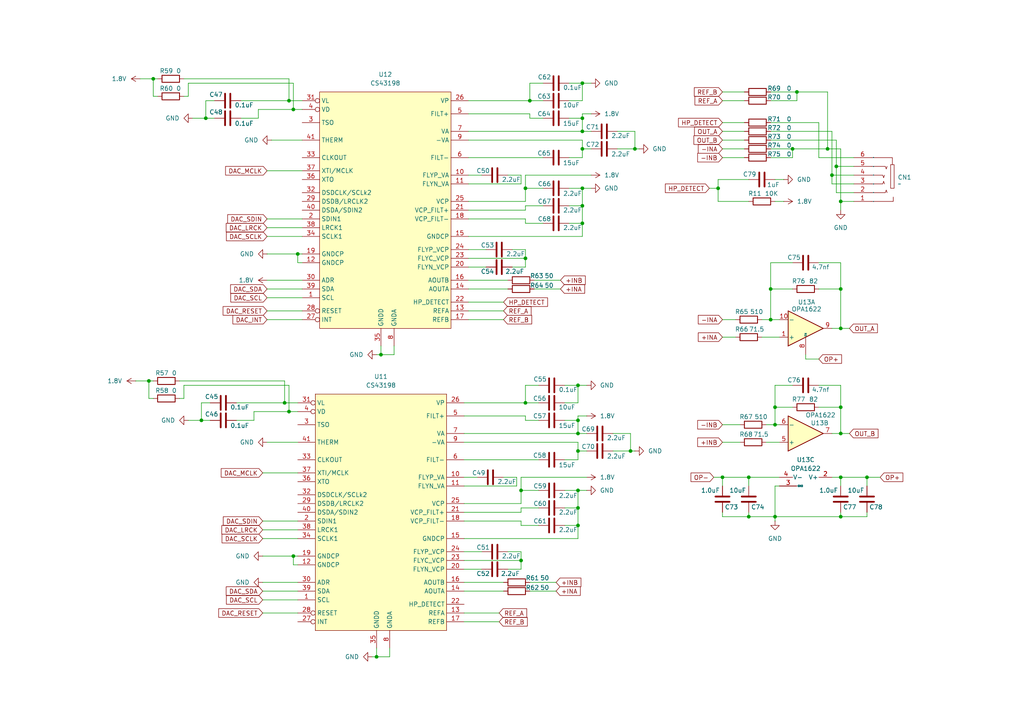
<source format=kicad_sch>
(kicad_sch (version 20250114) (generator "eeschema") (generator_version "9.0")
  (paper "A4")
  (junction (at 168.91 59.69))
  (junction (at 217.17 149.86))
  (junction (at 168.91 34.29))
  (junction (at 209.55 138.43))
  (junction (at 243.84 149.86))
  (junction (at 224.79 123.19))
  (junction (at 208.28 54.61))
  (junction (at 167.64 130.81))
  (junction (at 251.46 138.43))
  (junction (at 231.14 26.67))
  (junction (at 243.84 58.42))
  (junction (at 224.79 118.11))
  (junction (at 168.91 24.13))
  (junction (at 242.57 48.26))
  (junction (at 182.88 130.81))
  (junction (at 152.4 54.61))
  (junction (at 167.64 147.32))
  (junction (at 243.84 125.73))
  (junction (at 44.45 22.86))
  (junction (at 168.91 38.1))
  (junction (at 243.84 138.43))
  (junction (at 110.49 102.87))
  (junction (at 223.52 83.82))
  (junction (at 229.87 43.18))
  (junction (at 59.69 34.29))
  (junction (at 85.09 31.75))
  (junction (at 83.82 29.21))
  (junction (at 152.4 74.93))
  (junction (at 167.64 142.24))
  (junction (at 243.84 95.25))
  (junction (at 151.13 162.56))
  (junction (at 168.91 64.77))
  (junction (at 167.64 111.76))
  (junction (at 109.22 190.5))
  (junction (at 83.82 119.38))
  (junction (at 223.52 92.71))
  (junction (at 151.13 142.24))
  (junction (at 152.4 116.84))
  (junction (at 240.03 43.18))
  (junction (at 82.55 116.84))
  (junction (at 85.09 161.29))
  (junction (at 153.67 29.21))
  (junction (at 43.18 110.49))
  (junction (at 168.91 43.18))
  (junction (at 243.84 83.82))
  (junction (at 243.84 118.11))
  (junction (at 241.3 50.8))
  (junction (at 168.91 54.61))
  (junction (at 167.64 121.92))
  (junction (at 217.17 138.43))
  (junction (at 86.36 73.66))
  (junction (at 58.42 121.92))
  (junction (at 167.64 125.73))
  (junction (at 167.64 152.4))
  (junction (at 224.79 149.86))
  (junction (at 184.15 43.18))
  (wire (pts (xy 209.55 97.79) (xy 213.36 97.79)))
  (wire (pts (xy 151.13 152.4) (xy 156.21 152.4)))
  (wire (pts (xy 163.83 111.76) (xy 167.64 111.76)))
  (wire (pts (xy 170.18 138.43) (xy 151.13 138.43)))
  (wire (pts (xy 77.47 68.58) (xy 87.63 68.58)))
  (wire (pts (xy 168.91 43.18) (xy 168.91 45.72)))
  (wire (pts (xy 231.14 26.67) (xy 240.03 26.67)))
  (wire (pts (xy 224.79 118.11) (xy 224.79 123.19)))
  (wire (pts (xy 135.89 58.42) (xy 152.4 58.42)))
  (wire (pts (xy 54.61 121.92) (xy 58.42 121.92)))
  (wire (pts (xy 135.89 53.34) (xy 151.13 53.34)))
  (wire (pts (xy 237.49 111.76) (xy 243.84 111.76)))
  (wire (pts (xy 44.45 110.49) (xy 43.18 110.49)))
  (wire (pts (xy 170.18 120.65) (xy 167.64 120.65)))
  (wire (pts (xy 222.25 123.19) (xy 224.79 123.19)))
  (wire (pts (xy 74.93 31.75) (xy 85.09 31.75)))
  (wire (pts (xy 243.84 138.43) (xy 251.46 138.43)))
  (wire (pts (xy 151.13 148.59) (xy 151.13 147.32)))
  (wire (pts (xy 134.62 171.45) (xy 146.05 171.45)))
  (wire (pts (xy 208.28 54.61) (xy 208.28 58.42)))
  (wire (pts (xy 229.87 43.18) (xy 223.52 43.18)))
  (wire (pts (xy 78.74 40.64) (xy 87.63 40.64)))
  (wire (pts (xy 229.87 76.2) (xy 223.52 76.2)))
  (wire (pts (xy 223.52 83.82) (xy 223.52 92.71)))
  (wire (pts (xy 163.83 152.4) (xy 167.64 152.4)))
  (wire (pts (xy 224.79 149.86) (xy 224.79 151.13)))
  (wire (pts (xy 73.66 119.38) (xy 83.82 119.38)))
  (wire (pts (xy 135.89 29.21) (xy 153.67 29.21)))
  (wire (pts (xy 217.17 138.43) (xy 217.17 140.97)))
  (wire (pts (xy 168.91 24.13) (xy 171.45 24.13)))
  (wire (pts (xy 223.52 26.67) (xy 231.14 26.67)))
  (wire (pts (xy 224.79 58.42) (xy 227.33 58.42)))
  (wire (pts (xy 134.62 146.05) (xy 151.13 146.05)))
  (wire (pts (xy 224.79 140.97) (xy 226.06 140.97)))
  (wire (pts (xy 135.89 38.1) (xy 168.91 38.1)))
  (wire (pts (xy 167.64 111.76) (xy 167.64 116.84)))
  (wire (pts (xy 77.47 86.36) (xy 87.63 86.36)))
  (wire (pts (xy 134.62 156.21) (xy 167.64 156.21)))
  (wire (pts (xy 209.55 40.64) (xy 215.9 40.64)))
  (wire (pts (xy 251.46 138.43) (xy 255.27 138.43)))
  (wire (pts (xy 107.95 190.5) (xy 109.22 190.5)))
  (wire (pts (xy 167.64 130.81) (xy 167.64 133.35)))
  (wire (pts (xy 135.89 77.47) (xy 140.97 77.47)))
  (wire (pts (xy 153.67 168.91) (xy 161.29 168.91)))
  (wire (pts (xy 168.91 40.64) (xy 168.91 43.18)))
  (wire (pts (xy 77.47 128.27) (xy 86.36 128.27)))
  (wire (pts (xy 243.84 95.25) (xy 241.3 95.25)))
  (wire (pts (xy 243.84 76.2) (xy 243.84 83.82)))
  (wire (pts (xy 184.15 130.81) (xy 182.88 130.81)))
  (wire (pts (xy 241.3 50.8) (xy 241.3 53.34)))
  (wire (pts (xy 168.91 54.61) (xy 171.45 54.61)))
  (wire (pts (xy 242.57 55.88) (xy 242.57 48.26)))
  (wire (pts (xy 152.4 74.93) (xy 152.4 72.39)))
  (wire (pts (xy 241.3 38.1) (xy 241.3 50.8)))
  (wire (pts (xy 168.91 38.1) (xy 171.45 38.1)))
  (wire (pts (xy 85.09 163.83) (xy 85.09 161.29)))
  (wire (pts (xy 168.91 54.61) (xy 165.1 54.61)))
  (wire (pts (xy 220.98 97.79) (xy 226.06 97.79)))
  (wire (pts (xy 152.4 54.61) (xy 157.48 54.61)))
  (wire (pts (xy 247.65 45.72) (xy 237.49 45.72)))
  (wire (pts (xy 168.91 24.13) (xy 168.91 29.21)))
  (wire (pts (xy 109.22 190.5) (xy 109.22 187.96)))
  (wire (pts (xy 243.84 58.42) (xy 243.84 60.96)))
  (wire (pts (xy 135.89 90.17) (xy 146.05 90.17)))
  (wire (pts (xy 134.62 180.34) (xy 144.78 180.34)))
  (wire (pts (xy 113.03 190.5) (xy 109.22 190.5)))
  (wire (pts (xy 165.1 24.13) (xy 168.91 24.13)))
  (wire (pts (xy 241.3 53.34) (xy 247.65 53.34)))
  (wire (pts (xy 86.36 76.2) (xy 86.36 73.66)))
  (wire (pts (xy 151.13 50.8) (xy 147.32 50.8)))
  (wire (pts (xy 243.84 43.18) (xy 243.84 58.42)))
  (wire (pts (xy 113.03 187.96) (xy 113.03 190.5)))
  (wire (pts (xy 60.96 121.92) (xy 58.42 121.92)))
  (wire (pts (xy 135.89 60.96) (xy 152.4 60.96)))
  (wire (pts (xy 251.46 149.86) (xy 243.84 149.86)))
  (wire (pts (xy 237.49 76.2) (xy 243.84 76.2)))
  (wire (pts (xy 134.62 151.13) (xy 151.13 151.13)))
  (wire (pts (xy 167.64 152.4) (xy 167.64 147.32)))
  (wire (pts (xy 243.84 58.42) (xy 247.65 58.42)))
  (wire (pts (xy 223.52 35.56) (xy 237.49 35.56)))
  (wire (pts (xy 134.62 168.91) (xy 146.05 168.91)))
  (wire (pts (xy 240.03 43.18) (xy 243.84 43.18)))
  (wire (pts (xy 171.45 50.8) (xy 152.4 50.8)))
  (wire (pts (xy 86.36 73.66) (xy 87.63 73.66)))
  (wire (pts (xy 167.64 130.81) (xy 170.18 130.81)))
  (wire (pts (xy 134.62 133.35) (xy 156.21 133.35)))
  (wire (pts (xy 149.86 138.43) (xy 146.05 138.43)))
  (wire (pts (xy 209.55 138.43) (xy 217.17 138.43)))
  (wire (pts (xy 152.4 116.84) (xy 152.4 111.76)))
  (wire (pts (xy 134.62 138.43) (xy 138.43 138.43)))
  (wire (pts (xy 168.91 38.1) (xy 168.91 34.29)))
  (wire (pts (xy 208.28 52.07) (xy 208.28 54.61)))
  (wire (pts (xy 69.85 29.21) (xy 83.82 29.21)))
  (wire (pts (xy 151.13 53.34) (xy 151.13 50.8)))
  (wire (pts (xy 152.4 77.47) (xy 152.4 74.93)))
  (wire (pts (xy 77.47 63.5) (xy 87.63 63.5)))
  (wire (pts (xy 217.17 149.86) (xy 209.55 149.86)))
  (wire (pts (xy 209.55 43.18) (xy 215.9 43.18)))
  (wire (pts (xy 165.1 29.21) (xy 168.91 29.21)))
  (wire (pts (xy 207.01 138.43) (xy 209.55 138.43)))
  (wire (pts (xy 241.3 50.8) (xy 247.65 50.8)))
  (wire (pts (xy 209.55 128.27) (xy 214.63 128.27)))
  (wire (pts (xy 77.47 92.71) (xy 87.63 92.71)))
  (wire (pts (xy 135.89 74.93) (xy 152.4 74.93)))
  (wire (pts (xy 76.2 156.21) (xy 86.36 156.21)))
  (wire (pts (xy 153.67 29.21) (xy 157.48 29.21)))
  (wire (pts (xy 59.69 29.21) (xy 62.23 29.21)))
  (wire (pts (xy 85.09 24.13) (xy 85.09 31.75)))
  (wire (pts (xy 77.47 81.28) (xy 87.63 81.28)))
  (wire (pts (xy 149.86 140.97) (xy 149.86 138.43)))
  (wire (pts (xy 151.13 165.1) (xy 151.13 162.56)))
  (wire (pts (xy 243.84 138.43) (xy 243.84 140.97)))
  (wire (pts (xy 243.84 125.73) (xy 241.3 125.73)))
  (wire (pts (xy 229.87 43.18) (xy 240.03 43.18)))
  (wire (pts (xy 223.52 76.2) (xy 223.52 83.82)))
  (wire (pts (xy 209.55 138.43) (xy 209.55 140.97)))
  (wire (pts (xy 167.64 142.24) (xy 170.18 142.24)))
  (wire (pts (xy 151.13 146.05) (xy 151.13 142.24)))
  (wire (pts (xy 168.91 34.29) (xy 165.1 34.29)))
  (wire (pts (xy 109.22 102.87) (xy 110.49 102.87)))
  (wire (pts (xy 152.4 50.8) (xy 152.4 54.61)))
  (wire (pts (xy 62.23 34.29) (xy 59.69 34.29)))
  (wire (pts (xy 184.15 38.1) (xy 184.15 43.18)))
  (wire (pts (xy 152.4 60.96) (xy 152.4 59.69)))
  (wire (pts (xy 110.49 102.87) (xy 110.49 100.33)))
  (wire (pts (xy 76.2 161.29) (xy 85.09 161.29)))
  (wire (pts (xy 154.94 83.82) (xy 162.56 83.82)))
  (wire (pts (xy 167.64 125.73) (xy 170.18 125.73)))
  (wire (pts (xy 205.74 54.61) (xy 208.28 54.61)))
  (wire (pts (xy 59.69 34.29) (xy 59.69 29.21)))
  (wire (pts (xy 83.82 111.76) (xy 83.82 119.38)))
  (wire (pts (xy 152.4 58.42) (xy 152.4 54.61)))
  (wire (pts (xy 39.37 110.49) (xy 43.18 110.49)))
  (wire (pts (xy 209.55 26.67) (xy 215.9 26.67)))
  (wire (pts (xy 167.64 120.65) (xy 167.64 121.92)))
  (wire (pts (xy 83.82 22.86) (xy 83.82 29.21)))
  (wire (pts (xy 76.2 137.16) (xy 86.36 137.16)))
  (wire (pts (xy 152.4 72.39) (xy 148.59 72.39)))
  (wire (pts (xy 168.91 59.69) (xy 168.91 54.61)))
  (wire (pts (xy 153.67 33.02) (xy 135.89 33.02)))
  (wire (pts (xy 220.98 92.71) (xy 223.52 92.71)))
  (wire (pts (xy 241.3 138.43) (xy 243.84 138.43)))
  (wire (pts (xy 233.68 104.14) (xy 233.68 102.87)))
  (wire (pts (xy 224.79 149.86) (xy 217.17 149.86)))
  (wire (pts (xy 167.64 147.32) (xy 167.64 142.24)))
  (wire (pts (xy 163.83 147.32) (xy 167.64 147.32)))
  (wire (pts (xy 135.89 83.82) (xy 147.32 83.82)))
  (wire (pts (xy 209.55 35.56) (xy 215.9 35.56)))
  (wire (pts (xy 167.64 156.21) (xy 167.64 152.4)))
  (wire (pts (xy 168.91 68.58) (xy 168.91 64.77)))
  (wire (pts (xy 53.34 22.86) (xy 83.82 22.86)))
  (wire (pts (xy 185.42 43.18) (xy 184.15 43.18)))
  (wire (pts (xy 52.07 110.49) (xy 82.55 110.49)))
  (wire (pts (xy 224.79 140.97) (xy 224.79 149.86)))
  (wire (pts (xy 76.2 168.91) (xy 86.36 168.91)))
  (wire (pts (xy 227.33 52.07) (xy 224.79 52.07)))
  (wire (pts (xy 76.2 153.67) (xy 86.36 153.67)))
  (wire (pts (xy 134.62 177.8) (xy 144.78 177.8)))
  (wire (pts (xy 74.93 34.29) (xy 69.85 34.29)))
  (wire (pts (xy 243.84 149.86) (xy 224.79 149.86)))
  (wire (pts (xy 151.13 138.43) (xy 151.13 142.24)))
  (wire (pts (xy 86.36 163.83) (xy 85.09 163.83)))
  (wire (pts (xy 243.84 125.73) (xy 246.38 125.73)))
  (wire (pts (xy 54.61 24.13) (xy 85.09 24.13)))
  (wire (pts (xy 76.2 173.99) (xy 86.36 173.99)))
  (wire (pts (xy 224.79 123.19) (xy 226.06 123.19)))
  (wire (pts (xy 147.32 165.1) (xy 151.13 165.1)))
  (wire (pts (xy 44.45 22.86) (xy 44.45 27.94)))
  (wire (pts (xy 87.63 76.2) (xy 86.36 76.2)))
  (wire (pts (xy 135.89 87.63) (xy 146.05 87.63)))
  (wire (pts (xy 251.46 138.43) (xy 251.46 140.97)))
  (wire (pts (xy 208.28 58.42) (xy 217.17 58.42)))
  (wire (pts (xy 77.47 73.66) (xy 86.36 73.66)))
  (wire (pts (xy 152.4 111.76) (xy 156.21 111.76)))
  (wire (pts (xy 231.14 29.21) (xy 223.52 29.21)))
  (wire (pts (xy 156.21 121.92) (xy 152.4 121.92)))
  (wire (pts (xy 167.64 121.92) (xy 163.83 121.92)))
  (wire (pts (xy 76.2 171.45) (xy 86.36 171.45)))
  (wire (pts (xy 152.4 59.69) (xy 157.48 59.69)))
  (wire (pts (xy 209.55 148.59) (xy 209.55 149.86)))
  (wire (pts (xy 168.91 64.77) (xy 168.91 59.69)))
  (wire (pts (xy 223.52 38.1) (xy 241.3 38.1)))
  (wire (pts (xy 134.62 160.02) (xy 139.7 160.02)))
  (wire (pts (xy 209.55 29.21) (xy 215.9 29.21)))
  (wire (pts (xy 182.88 125.73) (xy 182.88 130.81)))
  (wire (pts (xy 224.79 111.76) (xy 224.79 118.11)))
  (wire (pts (xy 247.65 55.88) (xy 242.57 55.88)))
  (wire (pts (xy 53.34 111.76) (xy 83.82 111.76)))
  (wire (pts (xy 73.66 119.38) (xy 73.66 121.92)))
  (wire (pts (xy 179.07 43.18) (xy 184.15 43.18)))
  (wire (pts (xy 55.88 34.29) (xy 59.69 34.29)))
  (wire (pts (xy 243.84 111.76) (xy 243.84 118.11)))
  (wire (pts (xy 177.8 125.73) (xy 182.88 125.73)))
  (wire (pts (xy 134.62 165.1) (xy 139.7 165.1)))
  (wire (pts (xy 165.1 59.69) (xy 168.91 59.69)))
  (wire (pts (xy 135.89 50.8) (xy 139.7 50.8)))
  (wire (pts (xy 153.67 34.29) (xy 153.67 33.02)))
  (wire (pts (xy 45.72 22.86) (xy 44.45 22.86)))
  (wire (pts (xy 43.18 115.57) (xy 44.45 115.57)))
  (wire (pts (xy 135.89 92.71) (xy 146.05 92.71)))
  (wire (pts (xy 229.87 111.76) (xy 224.79 111.76)))
  (wire (pts (xy 167.64 142.24) (xy 163.83 142.24)))
  (wire (pts (xy 135.89 81.28) (xy 147.32 81.28)))
  (wire (pts (xy 135.89 40.64) (xy 168.91 40.64)))
  (wire (pts (xy 171.45 33.02) (xy 168.91 33.02)))
  (wire (pts (xy 151.13 151.13) (xy 151.13 152.4)))
  (wire (pts (xy 237.49 83.82) (xy 243.84 83.82)))
  (wire (pts (xy 179.07 38.1) (xy 184.15 38.1)))
  (wire (pts (xy 237.49 118.11) (xy 243.84 118.11)))
  (wire (pts (xy 77.47 49.53) (xy 87.63 49.53)))
  (wire (pts (xy 209.55 38.1) (xy 215.9 38.1)))
  (wire (pts (xy 54.61 27.94) (xy 54.61 24.13)))
  (wire (pts (xy 58.42 116.84) (xy 60.96 116.84)))
  (wire (pts (xy 134.62 140.97) (xy 149.86 140.97)))
  (wire (pts (xy 73.66 121.92) (xy 68.58 121.92)))
  (wire (pts (xy 134.62 116.84) (xy 152.4 116.84)))
  (wire (pts (xy 53.34 115.57) (xy 53.34 111.76)))
  (wire (pts (xy 217.17 138.43) (xy 226.06 138.43)))
  (wire (pts (xy 209.55 123.19) (xy 214.63 123.19)))
  (wire (pts (xy 134.62 148.59) (xy 151.13 148.59)))
  (wire (pts (xy 223.52 40.64) (xy 242.57 40.64)))
  (wire (pts (xy 251.46 148.59) (xy 251.46 149.86)))
  (wire (pts (xy 168.91 43.18) (xy 171.45 43.18)))
  (wire (pts (xy 85.09 161.29) (xy 86.36 161.29)))
  (wire (pts (xy 217.17 52.07) (xy 208.28 52.07)))
  (wire (pts (xy 153.67 29.21) (xy 153.67 24.13)))
  (wire (pts (xy 229.87 118.11) (xy 224.79 118.11)))
  (wire (pts (xy 134.62 125.73) (xy 167.64 125.73)))
  (wire (pts (xy 229.87 45.72) (xy 229.87 43.18)))
  (wire (pts (xy 229.87 83.82) (xy 223.52 83.82)))
  (wire (pts (xy 152.4 120.65) (xy 134.62 120.65)))
  (wire (pts (xy 240.03 26.67) (xy 240.03 43.18)))
  (wire (pts (xy 114.3 102.87) (xy 110.49 102.87)))
  (wire (pts (xy 222.25 128.27) (xy 226.06 128.27)))
  (wire (pts (xy 151.13 162.56) (xy 151.13 160.02)))
  (wire (pts (xy 134.62 162.56) (xy 151.13 162.56)))
  (wire (pts (xy 44.45 27.94) (xy 45.72 27.94)))
  (wire (pts (xy 177.8 130.81) (xy 182.88 130.81)))
  (wire (pts (xy 223.52 45.72) (xy 229.87 45.72)))
  (wire (pts (xy 135.89 72.39) (xy 140.97 72.39)))
  (wire (pts (xy 243.84 95.25) (xy 246.38 95.25)))
  (wire (pts (xy 58.42 121.92) (xy 58.42 116.84)))
  (wire (pts (xy 151.13 142.24) (xy 156.21 142.24)))
  (wire (pts (xy 243.84 148.59) (xy 243.84 149.86)))
  (wire (pts (xy 154.94 81.28) (xy 162.56 81.28)))
  (wire (pts (xy 74.93 31.75) (xy 74.93 34.29)))
  (wire (pts (xy 242.57 48.26) (xy 242.57 40.64)))
  (wire (pts (xy 40.64 22.86) (xy 44.45 22.86)))
  (wire (pts (xy 82.55 110.49) (xy 82.55 116.84)))
  (wire (pts (xy 77.47 66.04) (xy 87.63 66.04)))
  (wire (pts (xy 152.4 121.92) (xy 152.4 120.65)))
  (wire (pts (xy 217.17 148.59) (xy 217.17 149.86)))
  (wire (pts (xy 87.63 31.75) (xy 85.09 31.75)))
  (wire (pts (xy 243.84 118.11) (xy 243.84 125.73)))
  (wire (pts (xy 167.64 111.76) (xy 170.18 111.76)))
  (wire (pts (xy 83.82 29.21) (xy 87.63 29.21)))
  (wire (pts (xy 167.64 125.73) (xy 167.64 121.92)))
  (wire (pts (xy 231.14 26.67) (xy 231.14 29.21)))
  (wire (pts (xy 151.13 147.32) (xy 156.21 147.32)))
  (wire (pts (xy 76.2 151.13) (xy 86.36 151.13)))
  (wire (pts (xy 237.49 35.56) (xy 237.49 45.72)))
  (wire (pts (xy 209.55 45.72) (xy 215.9 45.72)))
  (wire (pts (xy 167.64 128.27) (xy 167.64 130.81)))
  (wire (pts (xy 153.67 24.13) (xy 157.48 24.13)))
  (wire (pts (xy 76.2 177.8) (xy 86.36 177.8)))
  (wire (pts (xy 148.59 77.47) (xy 152.4 77.47)))
  (wire (pts (xy 52.07 115.57) (xy 53.34 115.57)))
  (wire (pts (xy 53.34 27.94) (xy 54.61 27.94)))
  (wire (pts (xy 135.89 63.5) (xy 152.4 63.5)))
  (wire (pts (xy 223.52 92.71) (xy 226.06 92.71)))
  (wire (pts (xy 151.13 160.02) (xy 147.32 160.02)))
  (wire (pts (xy 135.89 45.72) (xy 157.48 45.72)))
  (wire (pts (xy 135.89 68.58) (xy 168.91 68.58)))
  (wire (pts (xy 152.4 63.5) (xy 152.4 64.77)))
  (wire (pts (xy 165.1 64.77) (xy 168.91 64.77)))
  (wire (pts (xy 157.48 34.29) (xy 153.67 34.29)))
  (wire (pts (xy 168.91 33.02) (xy 168.91 34.29)))
  (wire (pts (xy 153.67 171.45) (xy 161.29 171.45)))
  (wire (pts (xy 242.57 48.26) (xy 247.65 48.26)))
  (wire (pts (xy 243.84 83.82) (xy 243.84 95.25)))
  (wire (pts (xy 233.68 104.14) (xy 237.49 104.14)))
  (wire (pts (xy 77.47 90.17) (xy 87.63 90.17)))
  (wire (pts (xy 77.47 83.82) (xy 87.63 83.82)))
  (wire (pts (xy 114.3 100.33) (xy 114.3 102.87)))
  (wire (pts (xy 86.36 119.38) (xy 83.82 119.38)))
  (wire (pts (xy 152.4 64.77) (xy 157.48 64.77)))
  (wire (pts (xy 134.62 128.27) (xy 167.64 128.27)))
  (wire (pts (xy 209.55 92.71) (xy 213.36 92.71)))
  (wire (pts (xy 165.1 45.72) (xy 168.91 45.72)))
  (wire (pts (xy 163.83 133.35) (xy 167.64 133.35)))
  (wire (pts (xy 68.58 116.84) (xy 82.55 116.84)))
  (wire (pts (xy 82.55 116.84) (xy 86.36 116.84)))
  (wire (pts (xy 163.83 116.84) (xy 167.64 116.84)))
  (wire (pts (xy 43.18 110.49) (xy 43.18 115.57)))
  (wire (pts (xy 152.4 116.84) (xy 156.21 116.84)))
  (global_label "DAC_RESET" (shape input) (at 76.2 177.8 180) (property "Intersheetrefs" "${INTERSHEET_REFS}" (effects (hide yes))))
  (global_label "+INB" (shape input) (at 162.56 81.28 0) (property "Intersheetrefs" "${INTERSHEET_REFS}" (effects (hide yes))))
  (global_label "REF_A" (shape input) (at 209.55 29.21 180) (property "Intersheetrefs" "${INTERSHEET_REFS}" (effects (hide yes))))
  (global_label "OUT_A" (shape input) (at 209.55 38.1 180) (property "Intersheetrefs" "${INTERSHEET_REFS}" (effects (hide yes))))
  (global_label "DAC_SDA" (shape input) (at 77.47 83.82 180) (property "Intersheetrefs" "${INTERSHEET_REFS}" (effects (hide yes))))
  (global_label "REF_B" (shape input) (at 146.05 92.71 0) (property "Intersheetrefs" "${INTERSHEET_REFS}" (effects (hide yes))))
  (global_label "OP+" (shape input) (at 237.49 104.14 0) (property "Intersheetrefs" "${INTERSHEET_REFS}" (effects (hide yes))))
  (global_label "DAC_SCL" (shape input) (at 77.47 86.36 180) (property "Intersheetrefs" "${INTERSHEET_REFS}" (effects (hide yes))))
  (global_label "DAC_LRCK" (shape input) (at 77.47 66.04 180) (property "Intersheetrefs" "${INTERSHEET_REFS}" (effects (hide yes))))
  (global_label "+INB" (shape input) (at 161.29 168.91 0) (property "Intersheetrefs" "${INTERSHEET_REFS}" (effects (hide yes))))
  (global_label "-INB" (shape input) (at 209.55 45.72 180) (property "Intersheetrefs" "${INTERSHEET_REFS}" (effects (hide yes))))
  (global_label "DAC_INT" (shape input) (at 77.47 92.71 180) (property "Intersheetrefs" "${INTERSHEET_REFS}" (effects (hide yes))))
  (global_label "-INA" (shape input) (at 209.55 43.18 180) (property "Intersheetrefs" "${INTERSHEET_REFS}" (effects (hide yes))))
  (global_label "REF_B" (shape input) (at 144.78 180.34 0) (property "Intersheetrefs" "${INTERSHEET_REFS}" (effects (hide yes))))
  (global_label "DAC_LRCK" (shape input) (at 76.2 153.67 180) (property "Intersheetrefs" "${INTERSHEET_REFS}" (effects (hide yes))))
  (global_label "DAC_MCLK" (shape input) (at 76.2 137.16 180) (property "Intersheetrefs" "${INTERSHEET_REFS}" (effects (hide yes))))
  (global_label "-INA" (shape input) (at 209.55 92.71 180) (property "Intersheetrefs" "${INTERSHEET_REFS}" (effects (hide yes))))
  (global_label "DAC_SDA" (shape input) (at 76.2 171.45 180) (property "Intersheetrefs" "${INTERSHEET_REFS}" (effects (hide yes))))
  (global_label "DAC_RESET" (shape input) (at 77.47 90.17 180) (property "Intersheetrefs" "${INTERSHEET_REFS}" (effects (hide yes))))
  (global_label "+INA" (shape input) (at 162.56 83.82 0) (property "Intersheetrefs" "${INTERSHEET_REFS}" (effects (hide yes))))
  (global_label "DAC_SDIN" (shape input) (at 76.2 151.13 180) (property "Intersheetrefs" "${INTERSHEET_REFS}" (effects (hide yes))))
  (global_label "REF_A" (shape input) (at 146.05 90.17 0) (property "Intersheetrefs" "${INTERSHEET_REFS}" (effects (hide yes))))
  (global_label "HP_DETECT" (shape input) (at 146.05 87.63 0) (property "Intersheetrefs" "${INTERSHEET_REFS}" (effects (hide yes))))
  (global_label "-INB" (shape input) (at 209.55 123.19 180) (property "Intersheetrefs" "${INTERSHEET_REFS}" (effects (hide yes))))
  (global_label "+INA" (shape input) (at 209.55 97.79 180) (property "Intersheetrefs" "${INTERSHEET_REFS}" (effects (hide yes))))
  (global_label "DAC_MCLK" (shape input) (at 77.47 49.53 180) (property "Intersheetrefs" "${INTERSHEET_REFS}" (effects (hide yes))))
  (global_label "REF_A" (shape input) (at 144.78 177.8 0) (property "Intersheetrefs" "${INTERSHEET_REFS}" (effects (hide yes))))
  (global_label "OP+" (shape input) (at 255.27 138.43 0) (property "Intersheetrefs" "${INTERSHEET_REFS}" (effects (hide yes))))
  (global_label "DAC_SDIN" (shape input) (at 77.47 63.5 180) (property "Intersheetrefs" "${INTERSHEET_REFS}" (effects (hide yes))))
  (global_label "DAC_SCL" (shape input) (at 76.2 173.99 180) (property "Intersheetrefs" "${INTERSHEET_REFS}" (effects (hide yes))))
  (global_label "HP_DETECT" (shape input) (at 209.55 35.56 180) (property "Intersheetrefs" "${INTERSHEET_REFS}" (effects (hide yes))))
  (global_label "DAC_SCLK" (shape input) (at 76.2 156.21 180) (property "Intersheetrefs" "${INTERSHEET_REFS}" (effects (hide yes))))
  (global_label "OP-" (shape input) (at 207.01 138.43 180) (property "Intersheetrefs" "${INTERSHEET_REFS}" (effects (hide yes))))
  (global_label "+INA" (shape input) (at 161.29 171.45 0) (property "Intersheetrefs" "${INTERSHEET_REFS}" (effects (hide yes))))
  (global_label "REF_B" (shape input) (at 209.55 26.67 180) (property "Intersheetrefs" "${INTERSHEET_REFS}" (effects (hide yes))))
  (global_label "+INB" (shape input) (at 209.55 128.27 180) (property "Intersheetrefs" "${INTERSHEET_REFS}" (effects (hide yes))))
  (global_label "OUT_B" (shape input) (at 209.55 40.64 180) (property "Intersheetrefs" "${INTERSHEET_REFS}" (effects (hide yes))))
  (global_label "DAC_SCLK" (shape input) (at 77.47 68.58 180) (property "Intersheetrefs" "${INTERSHEET_REFS}" (effects (hide yes))))
  (global_label "OUT_B" (shape input) (at 246.38 125.73 0) (property "Intersheetrefs" "${INTERSHEET_REFS}" (effects (hide yes))))
  (global_label "OUT_A" (shape input) (at 246.38 95.25 0) (property "Intersheetrefs" "${INTERSHEET_REFS}" (effects (hide yes))))
  (global_label "HP_DETECT" (shape input) (at 205.74 54.61 180) (property "Intersheetrefs" "${INTERSHEET_REFS}" (effects (hide yes))))
  (symbol (lib_id "power:VCC") (at 171.45 33.02 270) (unit 1)
    (property "Reference" "#PWR0114" (effects (hide yes)))
    (property "Value" "1.8V" (at 175.26 33.0199 90) (effects (justify left)))
    (property "Description" "Power symbol creates a global label with name \"VCC\"" (effects (hide yes)))
  )
  (symbol (lib_id "power:GND") (at 77.47 128.27 270) (unit 1)
    (property "Reference" "#PWR0105" (effects (hide yes)))
    (property "Value" "GND" (at 73.66 128.2699 90) (effects (justify right)))
    (property "Description" "Power symbol creates a global label with name \"GND\" , ground" (effects (hide yes)))
  )
  (symbol (lib_id "Device:C") (at 209.55 144.78 180) (unit 1)
    (property "Reference" "C73" (at 214.122 147.066 0) (effects (justify left)))
    (property "Value" "1.0uF" (at 208.788 142.24 0) (effects (justify left)))
    (property "Footprint" "Capacitor_SMD:C_0402_1005Metric_Pad0.74x0.62mm_HandSolder" (effects (hide yes)))
    (property "Description" "Unpolarized capacitor" (effects (hide yes)))
  )
  (symbol (lib_id "power:GND") (at 76.2 168.91 270) (unit 1)
    (property "Reference" "#PWR0102" (effects (hide yes)))
    (property "Value" "GND" (at 72.39 168.9099 90) (effects (justify right)))
    (property "Description" "Power symbol creates a global label with name \"GND\" , ground" (effects (hide yes)))
  )
  (symbol (lib_id "power:VCC") (at 227.33 58.42 270) (unit 1)
    (property "Reference" "#PWR036" (effects (hide yes)))
    (property "Value" "1.8V" (at 231.14 58.4199 90) (effects (justify left)))
    (property "Description" "Power symbol creates a global label with name \"VCC\"" (effects (hide yes)))
  )
  (symbol (lib_id "power:VCC") (at 170.18 138.43 270) (unit 1)
    (property "Reference" "#PWR0111" (effects (hide yes)))
    (property "Value" "1.8V" (at 173.99 138.4299 90) (effects (justify left)))
    (property "Description" "Power symbol creates a global label with name \"VCC\"" (effects (hide yes)))
  )
  (symbol (lib_id "Device:C") (at 142.24 138.43 270) (unit 1)
    (property "Reference" "C49" (at 136.906 137.16 90) (effects (justify left)))
    (property "Value" "2.2uF" (at 144.272 139.7 90) (effects (justify left)))
    (property "Footprint" "Capacitor_SMD:C_0402_1005Metric_Pad0.74x0.62mm_HandSolder" (effects (hide yes)))
    (property "Description" "Unpolarized capacitor" (effects (hide yes)))
  )
  (symbol (lib_id "Device:R") (at 220.98 58.42 90) (unit 1)
    (property "Reference" "R11" (at 218.948 56.134 90))
    (property "Value" "10K" (at 223.774 56.134 90))
    (property "Footprint" "Resistor_SMD:R_0402_1005Metric_Pad0.72x0.64mm_HandSolder" (effects (hide yes)))
    (property "Description" "Resistor" (effects (hide yes)))
  )
  (symbol (lib_id "Device:R") (at 217.17 92.71 270) (unit 1)
    (property "Reference" "R65" (at 215.138 90.424 90))
    (property "Value" "510" (at 219.456 90.424 90))
    (property "Footprint" "Resistor_SMD:R_0805_2012Metric_Pad1.20x1.40mm_HandSolder" (effects (hide yes)))
    (property "Description" "Resistor" (effects (hide yes)))
  )
  (symbol (lib_id "Device:R") (at 219.71 38.1 270) (unit 1)
    (property "Reference" "R72" (at 224.536 37.084 90))
    (property "Value" "0" (at 228.854 37.084 90))
    (property "Footprint" "Resistor_SMD:R_1206_3216Metric_Pad1.30x1.75mm_HandSolder" (effects (hide yes)))
    (property "Description" "Resistor" (effects (hide yes)))
  )
  (symbol (lib_id "Device:C") (at 175.26 43.18 270) (unit 1)
    (property "Reference" "C72" (at 169.926 41.91 90) (effects (justify left)))
    (property "Value" "2.2uF" (at 177.292 44.704 90) (effects (justify left)))
    (property "Footprint" "Capacitor_SMD:C_0402_1005Metric_Pad0.74x0.62mm_HandSolder" (effects (hide yes)))
    (property "Description" "Unpolarized capacitor" (effects (hide yes)))
  )
  (symbol (lib_id "Device:C") (at 144.78 72.39 270) (unit 1)
    (property "Reference" "C53" (at 139.446 71.12 90) (effects (justify left)))
    (property "Value" "2.2uF" (at 146.812 73.66 90) (effects (justify left)))
    (property "Footprint" "Capacitor_SMD:C_0402_1005Metric_Pad0.74x0.62mm_HandSolder" (effects (hide yes)))
    (property "Description" "Unpolarized capacitor" (effects (hide yes)))
  )
  (symbol (lib_id "Device:R") (at 151.13 81.28 270) (unit 1)
    (property "Reference" "R63" (at 155.702 80.01 90))
    (property "Value" "50" (at 159.258 80.01 90))
    (property "Footprint" "Resistor_SMD:R_0805_2012Metric_Pad1.20x1.40mm_HandSolder" (effects (hide yes)))
    (property "Description" "Resistor" (effects (hide yes)))
  )
  (symbol (lib_id "power:VCC") (at 39.37 110.49 90) (unit 1)
    (property "Reference" "#PWR097" (effects (hide yes)))
    (property "Value" "1.8V" (at 35.4458 110.4899 90) (effects (justify left)))
    (property "Description" "Power symbol creates a global label with name \"VCC\"" (effects (hide yes)))
  )
  (symbol (lib_id "power:GND") (at 77.47 73.66 270) (unit 1)
    (property "Reference" "#PWR0103" (effects (hide yes)))
    (property "Value" "GND" (at 73.66 73.6599 90) (effects (justify right)))
    (property "Description" "Power symbol creates a global label with name \"GND\" , ground" (effects (hide yes)))
  )
  (symbol (lib_id "Device:R") (at 219.71 45.72 270) (unit 1)
    (property "Reference" "R75" (at 224.536 44.704 90))
    (property "Value" "0" (at 228.854 44.704 90))
    (property "Footprint" "Resistor_SMD:R_1206_3216Metric_Pad1.30x1.75mm_HandSolder" (effects (hide yes)))
    (property "Description" "Resistor" (effects (hide yes)))
  )
  (symbol (lib_id "Device:R") (at 219.71 26.67 270) (unit 1)
    (property "Reference" "R69" (at 224.536 25.654 90))
    (property "Value" "0" (at 228.854 25.654 90))
    (property "Footprint" "Resistor_SMD:R_1206_3216Metric_Pad1.30x1.75mm_HandSolder" (effects (hide yes)))
    (property "Description" "Resistor" (effects (hide yes)))
  )
  (symbol (lib_id "Device:C") (at 160.02 116.84 90) (unit 1)
    (property "Reference" "C56" (at 158.496 115.57 90) (effects (justify left)))
    (property "Value" "10uF" (at 166.878 118.11 90) (effects (justify left)))
    (property "Footprint" "Capacitor_SMD:C_0402_1005Metric_Pad0.74x0.62mm_HandSolder" (effects (hide yes)))
    (property "Description" "Unpolarized capacitor" (effects (hide yes)))
  )
  (symbol (lib_id "Device:C") (at 161.29 29.21 90) (unit 1)
    (property "Reference" "C63" (at 159.766 27.94 90) (effects (justify left)))
    (property "Value" "10uF" (at 168.148 30.48 90) (effects (justify left)))
    (property "Footprint" "Capacitor_SMD:C_0402_1005Metric_Pad0.74x0.62mm_HandSolder" (effects (hide yes)))
    (property "Description" "Unpolarized capacitor" (effects (hide yes)))
  )
  (symbol (lib_id "Device:C") (at 251.46 144.78 180) (unit 1)
    (property "Reference" "C78" (at 256.032 147.066 0) (effects (justify left)))
    (property "Value" "10uF" (at 250.698 142.24 0) (effects (justify left)))
    (property "Footprint" "Capacitor_SMD:C_0402_1005Metric_Pad0.74x0.62mm_HandSolder" (effects (hide yes)))
    (property "Description" "Unpolarized capacitor" (effects (hide yes)))
  )
  (symbol (lib_id "power:GND") (at 224.79 151.13 0) (unit 1)
    (property "Reference" "#PWR0119" (effects (hide yes)))
    (property "Value" "GND" (at 224.79 156.21 0))
    (property "Description" "Power symbol creates a global label with name \"GND\" , ground" (effects (hide yes)))
  )
  (symbol (lib_id "power:GND") (at 170.18 142.24 90) (unit 1)
    (property "Reference" "#PWR0112" (effects (hide yes)))
    (property "Value" "GND" (at 173.99 142.2399 90) (effects (justify right)))
    (property "Description" "Power symbol creates a global label with name \"GND\" , ground" (effects (hide yes)))
  )
  (symbol (lib_id "Device:R") (at 219.71 40.64 270) (unit 1)
    (property "Reference" "R73" (at 224.536 39.624 90))
    (property "Value" "0" (at 228.854 39.624 90))
    (property "Footprint" "Resistor_SMD:R_1206_3216Metric_Pad1.30x1.75mm_HandSolder" (effects (hide yes)))
    (property "Description" "Resistor" (effects (hide yes)))
  )
  (symbol (lib_id "Device:R") (at 48.26 110.49 270) (unit 1)
    (property "Reference" "R57" (at 46.99 108.204 90))
    (property "Value" "0" (at 50.546 108.204 90))
    (property "Footprint" "Resistor_SMD:R_0402_1005Metric_Pad0.72x0.64mm_HandSolder" (effects (hide yes)))
    (property "Description" "Resistor" (effects (hide yes)))
  )
  (symbol (lib_id "Device:C") (at 175.26 38.1 270) (unit 1)
    (property "Reference" "C71" (at 169.926 36.83 90) (effects (justify left)))
    (property "Value" "2.2uF" (at 177.292 39.37 90) (effects (justify left)))
    (property "Footprint" "Capacitor_SMD:C_0402_1005Metric_Pad0.74x0.62mm_HandSolder" (effects (hide yes)))
    (property "Description" "Unpolarized capacitor" (effects (hide yes)))
  )
  (symbol (lib_id "Device:C") (at 243.84 144.78 180) (unit 1)
    (property "Reference" "C77" (at 248.412 147.066 0) (effects (justify left)))
    (property "Value" "1.0uF" (at 243.078 142.24 0) (effects (justify left)))
    (property "Footprint" "Capacitor_SMD:C_0402_1005Metric_Pad0.74x0.62mm_HandSolder" (effects (hide yes)))
    (property "Description" "Unpolarized capacitor" (effects (hide yes)))
  )
  (symbol (lib_id "power:GND") (at 107.95 190.5 270) (unit 1)
    (property "Reference" "#PWR0107" (effects (hide yes)))
    (property "Value" "GND" (at 104.14 190.4999 90) (effects (justify right)))
    (property "Description" "Power symbol creates a global label with name \"GND\" , ground" (effects (hide yes)))
  )
  (symbol (lib_id "Device:R") (at 149.86 168.91 270) (unit 1)
    (property "Reference" "R61" (at 154.432 167.64 90))
    (property "Value" "50" (at 157.988 167.64 90))
    (property "Footprint" "Resistor_SMD:R_0805_2012Metric_Pad1.20x1.40mm_HandSolder" (effects (hide yes)))
    (property "Description" "Resistor" (effects (hide yes)))
  )
  (symbol (lib_id "Device:C") (at 160.02 121.92 90) (unit 1)
    (property "Reference" "C57" (at 158.496 120.65 90) (effects (justify left)))
    (property "Value" "15uF" (at 166.878 123.444 90) (effects (justify left)))
    (property "Footprint" "Capacitor_SMD:C_0402_1005Metric_Pad0.74x0.62mm_HandSolder" (effects (hide yes)))
    (property "Description" "Unpolarized capacitor" (effects (hide yes)))
  )
  (symbol (lib_id "Device:R") (at 218.44 128.27 270) (unit 1)
    (property "Reference" "R68" (at 216.408 125.984 90))
    (property "Value" "71.5" (at 220.726 125.984 90))
    (property "Footprint" "Resistor_SMD:R_0805_2012Metric_Pad1.20x1.40mm_HandSolder" (effects (hide yes)))
    (property "Description" "Resistor" (effects (hide yes)))
  )
  (symbol (lib_id "Device:R") (at 49.53 22.86 270) (unit 1)
    (property "Reference" "R59" (at 48.26 20.574 90))
    (property "Value" "0" (at 51.816 20.574 90))
    (property "Footprint" "Resistor_SMD:R_0402_1005Metric_Pad0.72x0.64mm_HandSolder" (effects (hide yes)))
    (property "Description" "Resistor" (effects (hide yes)))
  )
  (symbol (lib_id "power:GND") (at 171.45 54.61 90) (unit 1)
    (property "Reference" "#PWR0116" (effects (hide yes)))
    (property "Value" "GND" (at 175.26 54.6099 90) (effects (justify right)))
    (property "Description" "Power symbol creates a global label with name \"GND\" , ground" (effects (hide yes)))
  )
  (symbol (lib_id "Device:C") (at 160.02 133.35 90) (unit 1)
    (property "Reference" "C58" (at 158.496 132.08 90) (effects (justify left)))
    (property "Value" "15uF" (at 166.878 134.874 90) (effects (justify left)))
    (property "Footprint" "Capacitor_SMD:C_0402_1005Metric_Pad0.74x0.62mm_HandSolder" (effects (hide yes)))
    (property "Description" "Unpolarized capacitor" (effects (hide yes)))
  )
  (symbol (lib_id "Device:C") (at 64.77 121.92 270) (unit 1)
    (property "Reference" "C46" (at 59.436 120.142 90) (effects (justify left)))
    (property "Value" "0.1uF" (at 66.802 123.444 90) (effects (justify left)))
    (property "Footprint" "Capacitor_SMD:C_0402_1005Metric_Pad0.74x0.62mm_HandSolder" (effects (hide yes)))
    (property "Description" "Unpolarized capacitor" (effects (hide yes)))
  )
  (symbol (lib_id "Device:C") (at 233.68 111.76 270) (unit 1)
    (property "Reference" "C76" (at 228.346 110.236 90) (effects (justify left)))
    (property "Value" "4.7nf" (at 235.458 113.03 90) (effects (justify left)))
    (property "Footprint" "Capacitor_SMD:C_0805_2012Metric_Pad1.18x1.45mm_HandSolder" (effects (hide yes)))
    (property "Description" "Unpolarized capacitor" (effects (hide yes)))
  )
  (symbol (lib_id "Device:C") (at 160.02 142.24 270) (unit 1)
    (property "Reference" "C59" (at 154.686 140.97 90) (effects (justify left)))
    (property "Value" "2.2uF" (at 162.052 143.764 90) (effects (justify left)))
    (property "Footprint" "Capacitor_SMD:C_0402_1005Metric_Pad0.74x0.62mm_HandSolder" (effects (hide yes)))
    (property "Description" "Unpolarized capacitor" (effects (hide yes)))
  )
  (symbol (lib_id "Device:C") (at 143.51 50.8 270) (unit 1)
    (property "Reference" "C50" (at 138.176 49.53 90) (effects (justify left)))
    (property "Value" "2.2uF" (at 145.542 52.07 90) (effects (justify left)))
    (property "Footprint" "Capacitor_SMD:C_0402_1005Metric_Pad0.74x0.62mm_HandSolder" (effects (hide yes)))
    (property "Description" "Unpolarized capacitor" (effects (hide yes)))
  )
  (symbol (lib_id "Device:C") (at 160.02 152.4 270) (unit 1)
    (property "Reference" "C61" (at 154.686 151.13 90) (effects (justify left)))
    (property "Value" "2.2uF" (at 162.052 153.67 90) (effects (justify left)))
    (property "Footprint" "Capacitor_SMD:C_0402_1005Metric_Pad0.74x0.62mm_HandSolder" (effects (hide yes)))
    (property "Description" "Unpolarized capacitor" (effects (hide yes)))
  )
  (symbol (lib_id "Device:R") (at 49.53 27.94 270) (unit 1)
    (property "Reference" "R60" (at 48.26 25.654 90))
    (property "Value" "0" (at 51.816 25.654 90))
    (property "Footprint" "Resistor_SMD:R_0402_1005Metric_Pad0.72x0.64mm_HandSolder" (effects (hide yes)))
    (property "Description" "Resistor" (effects (hide yes)))
  )
  (symbol (lib_id "power:GND") (at 171.45 24.13 90) (unit 1)
    (property "Reference" "#PWR0113" (effects (hide yes)))
    (property "Value" "GND" (at 175.26 24.1299 90) (effects (justify right)))
    (property "Description" "Power symbol creates a global label with name \"GND\" , ground" (effects (hide yes)))
  )
  (symbol (lib_id "Device:C") (at 220.98 52.07 90) (unit 1)
    (property "Reference" "C79" (at 217.424 50.546 90))
    (property "Value" "1uF" (at 224.282 53.594 90))
    (property "Footprint" "Capacitor_SMD:C_0402_1005Metric_Pad0.74x0.62mm_HandSolder" (effects (hide yes)))
    (property "Description" "Unpolarized capacitor" (effects (hide yes)))
  )
  (symbol (lib_id "Device:C") (at 161.29 64.77 270) (unit 1)
    (property "Reference" "C68" (at 155.956 63.5 90) (effects (justify left)))
    (property "Value" "2.2uF" (at 163.322 66.04 90) (effects (justify left)))
    (property "Footprint" "Capacitor_SMD:C_0402_1005Metric_Pad0.74x0.62mm_HandSolder" (effects (hide yes)))
    (property "Description" "Unpolarized capacitor" (effects (hide yes)))
  )
  (symbol (lib_id "coloryr:CS43198") (at 92.71 26.67 0) (unit 1)
    (property "Reference" "U12" (at 111.76 21.59 0))
    (property "Value" "CS43198" (at 111.76 24.13 0))
    (property "Footprint" "Package_DFN_QFN:QFN-40-1EP_5x5mm_P0.4mm_EP3.6x3.6mm_ThermalVias" (effects (hide yes)))
  )
  (symbol (lib_id "Device:C") (at 64.77 116.84 270) (unit 1)
    (property "Reference" "C45" (at 59.436 115.062 90) (effects (justify left)))
    (property "Value" "0.1uF" (at 66.802 118.11 90) (effects (justify left)))
    (property "Footprint" "Capacitor_SMD:C_0402_1005Metric_Pad0.74x0.62mm_HandSolder" (effects (hide yes)))
    (property "Description" "Unpolarized capacitor" (effects (hide yes)))
  )
  (symbol (lib_id "power:VCC") (at 171.45 50.8 270) (unit 1)
    (property "Reference" "#PWR0115" (effects (hide yes)))
    (property "Value" "1.8V" (at 175.26 50.7999 90) (effects (justify left)))
    (property "Description" "Power symbol creates a global label with name \"VCC\"" (effects (hide yes)))
  )
  (symbol (lib_id "Device:C") (at 161.29 54.61 270) (unit 1)
    (property "Reference" "C66" (at 155.956 53.34 90) (effects (justify left)))
    (property "Value" "2.2uF" (at 163.322 56.134 90) (effects (justify left)))
    (property "Footprint" "Capacitor_SMD:C_0402_1005Metric_Pad0.74x0.62mm_HandSolder" (effects (hide yes)))
    (property "Description" "Unpolarized capacitor" (effects (hide yes)))
  )
  (symbol (lib_id "Amplifier_Audio:OPA1622") (at 233.68 95.25 0) (mirror x) (unit 1)
    (property "Reference" "U13" (at 233.934 87.63 0))
    (property "Value" "OPA1622" (at 233.934 89.662 0))
    (property "Footprint" "Package_SON:Texas_S-PVSON-N10" (effects (hide yes)))
    (property "Datasheet" "http://www.ti.com/lit/ds/symlink/opa1622.pdf" (effects (hide yes)))
    (property "Description" "High-Fidelity, Bipolar-Input, Audio Operational Amplifier, VSON-10" (effects (hide yes)))
  )
  (symbol (lib_id "Device:R") (at 151.13 83.82 270) (unit 1)
    (property "Reference" "R64" (at 155.702 82.804 90))
    (property "Value" "50" (at 159.258 82.804 90))
    (property "Footprint" "Resistor_SMD:R_0805_2012Metric_Pad1.20x1.40mm_HandSolder" (effects (hide yes)))
    (property "Description" "Resistor" (effects (hide yes)))
  )
  (symbol (lib_id "power:GND") (at 76.2 161.29 270) (unit 1)
    (property "Reference" "#PWR0101" (effects (hide yes)))
    (property "Value" "GND" (at 72.39 161.2899 90) (effects (justify right)))
    (property "Description" "Power symbol creates a global label with name \"GND\" , ground" (effects (hide yes)))
  )
  (symbol (lib_id "Device:R") (at 219.71 43.18 270) (unit 1)
    (property "Reference" "R74" (at 224.536 42.164 90))
    (property "Value" "0" (at 228.854 42.164 90))
    (property "Footprint" "Resistor_SMD:R_1206_3216Metric_Pad1.30x1.75mm_HandSolder" (effects (hide yes)))
    (property "Description" "Resistor" (effects (hide yes)))
  )
  (symbol (lib_id "coloryr:CS43198") (at 91.44 114.3 0) (unit 1)
    (property "Reference" "U11" (at 110.49 109.22 0))
    (property "Value" "CS43198" (at 110.49 111.76 0))
    (property "Footprint" "Package_DFN_QFN:QFN-40-1EP_5x5mm_P0.4mm_EP3.6x3.6mm_ThermalVias" (effects (hide yes)))
  )
  (symbol (lib_id "Device:C") (at 66.04 29.21 270) (unit 1)
    (property "Reference" "C47" (at 60.706 27.432 90) (effects (justify left)))
    (property "Value" "0.1uF" (at 68.072 30.48 90) (effects (justify left)))
    (property "Footprint" "Capacitor_SMD:C_0402_1005Metric_Pad0.74x0.62mm_HandSolder" (effects (hide yes)))
    (property "Description" "Unpolarized capacitor" (effects (hide yes)))
  )
  (symbol (lib_id "Device:C") (at 173.99 130.81 270) (unit 1)
    (property "Reference" "C70" (at 168.656 129.54 90) (effects (justify left)))
    (property "Value" "2.2uF" (at 176.022 132.334 90) (effects (justify left)))
    (property "Footprint" "Capacitor_SMD:C_0402_1005Metric_Pad0.74x0.62mm_HandSolder" (effects (hide yes)))
    (property "Description" "Unpolarized capacitor" (effects (hide yes)))
  )
  (symbol (lib_id "power:VCC") (at 170.18 120.65 270) (unit 1)
    (property "Reference" "#PWR0110" (effects (hide yes)))
    (property "Value" "1.8V" (at 173.99 120.6499 90) (effects (justify left)))
    (property "Description" "Power symbol creates a global label with name \"VCC\"" (effects (hide yes)))
  )
  (symbol (lib_id "Device:R") (at 233.68 118.11 270) (unit 1)
    (property "Reference" "R77" (at 231.648 115.824 90))
    (property "Value" "82" (at 235.966 115.824 90))
    (property "Footprint" "Resistor_SMD:R_0805_2012Metric_Pad1.20x1.40mm_HandSolder" (effects (hide yes)))
    (property "Description" "Resistor" (effects (hide yes)))
  )
  (symbol (lib_id "power:GND") (at 54.61 121.92 270) (unit 1)
    (property "Reference" "#PWR099" (effects (hide yes)))
    (property "Value" "GND" (at 50.8 121.9199 90) (effects (justify right)))
    (property "Description" "Power symbol creates a global label with name \"GND\" , ground" (effects (hide yes)))
  )
  (symbol (lib_id "Device:C") (at 173.99 125.73 270) (unit 1)
    (property "Reference" "C69" (at 168.656 124.46 90) (effects (justify left)))
    (property "Value" "2.2uF" (at 176.022 127 90) (effects (justify left)))
    (property "Footprint" "Capacitor_SMD:C_0402_1005Metric_Pad0.74x0.62mm_HandSolder" (effects (hide yes)))
    (property "Description" "Unpolarized capacitor" (effects (hide yes)))
  )
  (symbol (lib_id "Device:C") (at 160.02 111.76 270) (unit 1)
    (property "Reference" "C55" (at 154.686 109.982 90) (effects (justify left)))
    (property "Value" "0.1uF" (at 162.052 113.03 90) (effects (justify left)))
    (property "Footprint" "Capacitor_SMD:C_0402_1005Metric_Pad0.74x0.62mm_HandSolder" (effects (hide yes)))
    (property "Description" "Unpolarized capacitor" (effects (hide yes)))
  )
  (symbol (lib_id "Device:C") (at 161.29 45.72 90) (unit 1)
    (property "Reference" "C65" (at 159.766 44.45 90) (effects (justify left)))
    (property "Value" "15uF" (at 168.148 47.244 90) (effects (justify left)))
    (property "Footprint" "Capacitor_SMD:C_0402_1005Metric_Pad0.74x0.62mm_HandSolder" (effects (hide yes)))
    (property "Description" "Unpolarized capacitor" (effects (hide yes)))
  )
  (symbol (lib_id "Device:C") (at 161.29 24.13 270) (unit 1)
    (property "Reference" "C62" (at 155.956 22.352 90) (effects (justify left)))
    (property "Value" "0.1uF" (at 163.322 25.4 90) (effects (justify left)))
    (property "Footprint" "Capacitor_SMD:C_0402_1005Metric_Pad0.74x0.62mm_HandSolder" (effects (hide yes)))
    (property "Description" "Unpolarized capacitor" (effects (hide yes)))
  )
  (symbol (lib_id "Amplifier_Audio:OPA1622") (at 233.68 125.73 0) (mirror x) (unit 2)
    (property "Reference" "U13" (at 237.744 122.682 0))
    (property "Value" "OPA1622" (at 237.998 120.396 0))
    (property "Footprint" "Package_SON:Texas_S-PVSON-N10" (effects (hide yes)))
    (property "Datasheet" "http://www.ti.com/lit/ds/symlink/opa1622.pdf" (effects (hide yes)))
    (property "Description" "High-Fidelity, Bipolar-Input, Audio Operational Amplifier, VSON-10" (effects (hide yes)))
  )
  (symbol (lib_id "Amplifier_Audio:OPA1622") (at 233.68 140.97 270) (unit 3)
    (property "Reference" "U13" (at 233.68 133.35 90))
    (property "Value" "OPA1622" (at 233.68 135.89 90))
    (property "Footprint" "Package_SON:Texas_S-PVSON-N10" (effects (hide yes)))
    (property "Datasheet" "http://www.ti.com/lit/ds/symlink/opa1622.pdf" (effects (hide yes)))
    (property "Description" "High-Fidelity, Bipolar-Input, Audio Operational Amplifier, VSON-10" (effects (hide yes)))
  )
  (symbol (lib_id "Device:C") (at 66.04 34.29 270) (unit 1)
    (property "Reference" "C48" (at 60.706 32.512 90) (effects (justify left)))
    (property "Value" "0.1uF" (at 68.072 35.814 90) (effects (justify left)))
    (property "Footprint" "Capacitor_SMD:C_0402_1005Metric_Pad0.74x0.62mm_HandSolder" (effects (hide yes)))
    (property "Description" "Unpolarized capacitor" (effects (hide yes)))
  )
  (symbol (lib_id "power:GND") (at 109.22 102.87 270) (unit 1)
    (property "Reference" "#PWR0108" (effects (hide yes)))
    (property "Value" "GND" (at 105.41 102.8699 90) (effects (justify right)))
    (property "Description" "Power symbol creates a global label with name \"GND\" , ground" (effects (hide yes)))
  )
  (symbol (lib_id "Device:C") (at 160.02 147.32 270) (unit 1)
    (property "Reference" "C60" (at 154.686 146.05 90) (effects (justify left)))
    (property "Value" "2.2uF" (at 162.052 148.59 90) (effects (justify left)))
    (property "Footprint" "Capacitor_SMD:C_0402_1005Metric_Pad0.74x0.62mm_HandSolder" (effects (hide yes)))
    (property "Description" "Unpolarized capacitor" (effects (hide yes)))
  )
  (symbol (lib_id "Device:R") (at 48.26 115.57 270) (unit 1)
    (property "Reference" "R58" (at 46.99 113.284 90))
    (property "Value" "0" (at 50.546 113.284 90))
    (property "Footprint" "Resistor_SMD:R_0402_1005Metric_Pad0.72x0.64mm_HandSolder" (effects (hide yes)))
    (property "Description" "Resistor" (effects (hide yes)))
  )
  (symbol (lib_id "Device:R") (at 218.44 123.19 270) (unit 1)
    (property "Reference" "R67" (at 216.408 120.904 90))
    (property "Value" "510" (at 220.726 120.904 90))
    (property "Footprint" "Resistor_SMD:R_0805_2012Metric_Pad1.20x1.40mm_HandSolder" (effects (hide yes)))
    (property "Description" "Resistor" (effects (hide yes)))
  )
  (symbol (lib_id "power:GND") (at 185.42 43.18 90) (unit 1)
    (property "Reference" "#PWR0118" (effects (hide yes)))
    (property "Value" "GND" (at 189.23 43.1799 90) (effects (justify right)))
    (property "Description" "Power symbol creates a global label with name \"GND\" , ground" (effects (hide yes)))
  )
  (symbol (lib_id "Device:R") (at 149.86 171.45 270) (unit 1)
    (property "Reference" "R62" (at 154.432 170.434 90))
    (property "Value" "50" (at 157.988 170.434 90))
    (property "Footprint" "Resistor_SMD:R_0805_2012Metric_Pad1.20x1.40mm_HandSolder" (effects (hide yes)))
    (property "Description" "Resistor" (effects (hide yes)))
  )
  (symbol (lib_id "Device:C") (at 144.78 77.47 270) (unit 1)
    (property "Reference" "C54" (at 139.446 78.74 90) (effects (justify left)))
    (property "Value" "2.2uF" (at 146.558 78.74 90) (effects (justify left)))
    (property "Footprint" "Capacitor_SMD:C_0402_1005Metric_Pad0.74x0.62mm_HandSolder" (effects (hide yes)))
    (property "Description" "Unpolarized capacitor" (effects (hide yes)))
  )
  (symbol (lib_id "power:VCC") (at 77.47 81.28 90) (unit 1)
    (property "Reference" "#PWR0104" (effects (hide yes)))
    (property "Value" "1.8V" (at 73.5458 81.2799 90) (effects (justify left)))
    (property "Description" "Power symbol creates a global label with name \"VCC\"" (effects (hide yes)))
  )
  (symbol (lib_id "power:GND") (at 227.33 52.07 90) (unit 1)
    (property "Reference" "#PWR021" (effects (hide yes)))
    (property "Value" "GND" (at 231.14 52.0699 90) (effects (justify right)))
    (property "Description" "Power symbol creates a global label with name \"GND\" , ground" (effects (hide yes)))
  )
  (symbol (lib_id "coloryr:PJ-3136-B") (at 252.73 50.8 0) (mirror y) (unit 1)
    (property "Reference" "CN1" (at 260.35 51.4349 0) (effects (justify right)))
    (property "Value" "~" (at 260.35 53.34 0) (effects (justify right)))
    (property "Footprint" "coloryr:AUDIO-TH_PJ-625G" (effects (hide yes)))
  )
  (symbol (lib_id "Device:C") (at 143.51 160.02 270) (unit 1)
    (property "Reference" "C51" (at 138.176 158.75 90) (effects (justify left)))
    (property "Value" "2.2uF" (at 145.542 161.29 90) (effects (justify left)))
    (property "Footprint" "Capacitor_SMD:C_0402_1005Metric_Pad0.74x0.62mm_HandSolder" (effects (hide yes)))
    (property "Description" "Unpolarized capacitor" (effects (hide yes)))
  )
  (symbol (lib_id "Device:C") (at 143.51 165.1 270) (unit 1)
    (property "Reference" "C52" (at 138.176 166.37 90) (effects (justify left)))
    (property "Value" "2.2uF" (at 145.288 166.37 90) (effects (justify left)))
    (property "Footprint" "Capacitor_SMD:C_0402_1005Metric_Pad0.74x0.62mm_HandSolder" (effects (hide yes)))
    (property "Description" "Unpolarized capacitor" (effects (hide yes)))
  )
  (symbol (lib_id "Device:C") (at 233.68 76.2 270) (unit 1)
    (property "Reference" "C75" (at 228.346 74.676 90) (effects (justify left)))
    (property "Value" "4.7nf" (at 235.458 77.47 90) (effects (justify left)))
    (property "Footprint" "Capacitor_SMD:C_0805_2012Metric_Pad1.18x1.45mm_HandSolder" (effects (hide yes)))
    (property "Description" "Unpolarized capacitor" (effects (hide yes)))
  )
  (symbol (lib_id "Device:R") (at 217.17 97.79 270) (unit 1)
    (property "Reference" "R66" (at 215.138 95.504 90))
    (property "Value" "71.5" (at 219.456 95.504 90))
    (property "Footprint" "Resistor_SMD:R_0805_2012Metric_Pad1.20x1.40mm_HandSolder" (effects (hide yes)))
    (property "Description" "Resistor" (effects (hide yes)))
  )
  (symbol (lib_id "Device:C") (at 161.29 34.29 90) (unit 1)
    (property "Reference" "C64" (at 159.766 33.02 90) (effects (justify left)))
    (property "Value" "15uF" (at 168.148 35.814 90) (effects (justify left)))
    (property "Footprint" "Capacitor_SMD:C_0402_1005Metric_Pad0.74x0.62mm_HandSolder" (effects (hide yes)))
    (property "Description" "Unpolarized capacitor" (effects (hide yes)))
  )
  (symbol (lib_id "Device:R") (at 219.71 35.56 270) (unit 1)
    (property "Reference" "R71" (at 224.536 34.544 90))
    (property "Value" "0" (at 228.854 34.544 90))
    (property "Footprint" "Resistor_SMD:R_1206_3216Metric_Pad1.30x1.75mm_HandSolder" (effects (hide yes)))
    (property "Description" "Resistor" (effects (hide yes)))
  )
  (symbol (lib_id "Device:C") (at 161.29 59.69 270) (unit 1)
    (property "Reference" "C67" (at 155.956 58.42 90) (effects (justify left)))
    (property "Value" "2.2uF" (at 163.322 60.96 90) (effects (justify left)))
    (property "Footprint" "Capacitor_SMD:C_0402_1005Metric_Pad0.74x0.62mm_HandSolder" (effects (hide yes)))
    (property "Description" "Unpolarized capacitor" (effects (hide yes)))
  )
  (symbol (lib_id "power:GND") (at 243.84 60.96 0) (unit 1)
    (property "Reference" "#PWR0120" (effects (hide yes)))
    (property "Value" "GND" (at 243.84 66.04 0))
    (property "Description" "Power symbol creates a global label with name \"GND\" , ground" (effects (hide yes)))
  )
  (symbol (lib_id "power:VCC") (at 40.64 22.86 90) (unit 1)
    (property "Reference" "#PWR098" (effects (hide yes)))
    (property "Value" "1.8V" (at 36.7158 22.8599 90) (effects (justify left)))
    (property "Description" "Power symbol creates a global label with name \"VCC\"" (effects (hide yes)))
  )
  (symbol (lib_id "power:GND") (at 55.88 34.29 270) (unit 1)
    (property "Reference" "#PWR0100" (effects (hide yes)))
    (property "Value" "GND" (at 52.07 34.2899 90) (effects (justify right)))
    (property "Description" "Power symbol creates a global label with name \"GND\" , ground" (effects (hide yes)))
  )
  (symbol (lib_id "Device:R") (at 233.68 83.82 270) (unit 1)
    (property "Reference" "R76" (at 231.648 81.534 90))
    (property "Value" "82" (at 235.966 81.534 90))
    (property "Footprint" "Resistor_SMD:R_0805_2012Metric_Pad1.20x1.40mm_HandSolder" (effects (hide yes)))
    (property "Description" "Resistor" (effects (hide yes)))
  )
  (symbol (lib_id "power:GND") (at 78.74 40.64 270) (unit 1)
    (property "Reference" "#PWR0106" (effects (hide yes)))
    (property "Value" "GND" (at 74.93 40.6399 90) (effects (justify right)))
    (property "Description" "Power symbol creates a global label with name \"GND\" , ground" (effects (hide yes)))
  )
  (symbol (lib_id "Device:R") (at 219.71 29.21 270) (unit 1)
    (property "Reference" "R70" (at 224.536 28.194 90))
    (property "Value" "0" (at 228.854 28.194 90))
    (property "Footprint" "Resistor_SMD:R_1206_3216Metric_Pad1.30x1.75mm_HandSolder" (effects (hide yes)))
    (property "Description" "Resistor" (effects (hide yes)))
  )
  (symbol (lib_id "power:GND") (at 170.18 111.76 90) (unit 1)
    (property "Reference" "#PWR0109" (effects (hide yes)))
    (property "Value" "GND" (at 173.99 111.7599 90) (effects (justify right)))
    (property "Description" "Power symbol creates a global label with name \"GND\" , ground" (effects (hide yes)))
  )
  (symbol (lib_id "power:GND") (at 184.15 130.81 90) (unit 1)
    (property "Reference" "#PWR0117" (effects (hide yes)))
    (property "Value" "GND" (at 187.96 130.8099 90) (effects (justify right)))
    (property "Description" "Power symbol creates a global label with name \"GND\" , ground" (effects (hide yes)))
  )
  (symbol (lib_id "Device:C") (at 217.17 144.78 180) (unit 1)
    (property "Reference" "C74" (at 221.742 147.066 0) (effects (justify left)))
    (property "Value" "10uF" (at 216.408 142.24 0) (effects (justify left)))
    (property "Footprint" "Capacitor_SMD:C_0402_1005Metric_Pad0.74x0.62mm_HandSolder" (effects (hide yes)))
    (property "Description" "Unpolarized capacitor" (effects (hide yes)))
  )
)
</source>
